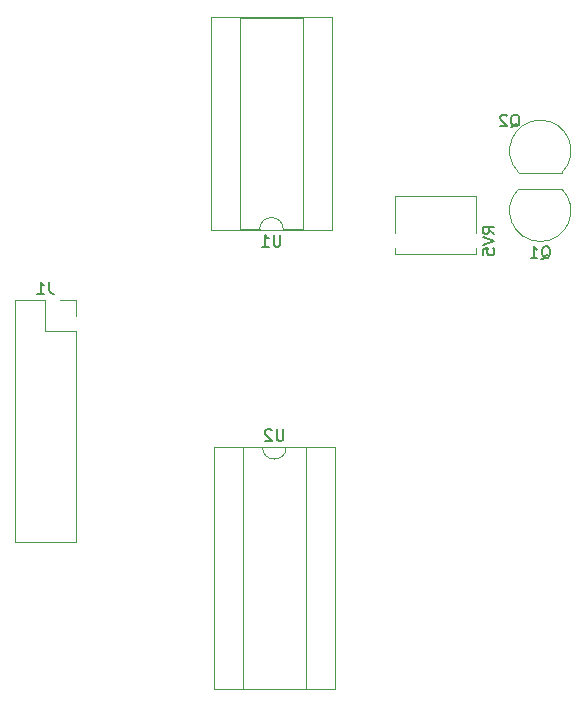
<source format=gbo>
%TF.GenerationSoftware,KiCad,Pcbnew,(6.0.7)*%
%TF.CreationDate,2022-08-28T16:32:13+02:00*%
%TF.ProjectId,filter,66696c74-6572-42e6-9b69-6361645f7063,rev?*%
%TF.SameCoordinates,Original*%
%TF.FileFunction,Legend,Bot*%
%TF.FilePolarity,Positive*%
%FSLAX46Y46*%
G04 Gerber Fmt 4.6, Leading zero omitted, Abs format (unit mm)*
G04 Created by KiCad (PCBNEW (6.0.7)) date 2022-08-28 16:32:13*
%MOMM*%
%LPD*%
G01*
G04 APERTURE LIST*
%ADD10C,0.150000*%
%ADD11C,0.120000*%
%ADD12O,1.600000X1.600000*%
%ADD13R,1.600000X1.600000*%
%ADD14C,4.000000*%
%ADD15C,1.800000*%
%ADD16C,1.600000*%
%ADD17R,1.930000X1.830000*%
%ADD18C,2.130000*%
%ADD19O,1.050000X1.500000*%
%ADD20R,1.050000X1.500000*%
%ADD21O,1.700000X1.700000*%
%ADD22R,1.700000X1.700000*%
%ADD23C,1.440000*%
G04 APERTURE END LIST*
D10*
X141826149Y-78931748D02*
X141826149Y-79741272D01*
X141778530Y-79836510D01*
X141730911Y-79884129D01*
X141635673Y-79931748D01*
X141445197Y-79931748D01*
X141349959Y-79884129D01*
X141302340Y-79836510D01*
X141254721Y-79741272D01*
X141254721Y-78931748D01*
X140254721Y-79931748D02*
X140826149Y-79931748D01*
X140540435Y-79931748D02*
X140540435Y-78931748D01*
X140635673Y-79074606D01*
X140730911Y-79169844D01*
X140826149Y-79217463D01*
X161324446Y-69845262D02*
X161419684Y-69797643D01*
X161514922Y-69702404D01*
X161657779Y-69559547D01*
X161753017Y-69511928D01*
X161848255Y-69511928D01*
X161800636Y-69750023D02*
X161895874Y-69702404D01*
X161991112Y-69607166D01*
X162038731Y-69416690D01*
X162038731Y-69083357D01*
X161991112Y-68892881D01*
X161895874Y-68797643D01*
X161800636Y-68750023D01*
X161610160Y-68750023D01*
X161514922Y-68797643D01*
X161419684Y-68892881D01*
X161372065Y-69083357D01*
X161372065Y-69416690D01*
X161419684Y-69607166D01*
X161514922Y-69702404D01*
X161610160Y-69750023D01*
X161800636Y-69750023D01*
X160991112Y-68845262D02*
X160943493Y-68797643D01*
X160848255Y-68750023D01*
X160610160Y-68750023D01*
X160514922Y-68797643D01*
X160467303Y-68845262D01*
X160419684Y-68940500D01*
X160419684Y-69035738D01*
X160467303Y-69178595D01*
X161038731Y-69750023D01*
X160419684Y-69750023D01*
X122258333Y-82927380D02*
X122258333Y-83641666D01*
X122305952Y-83784523D01*
X122401190Y-83879761D01*
X122544047Y-83927380D01*
X122639285Y-83927380D01*
X121258333Y-83927380D02*
X121829761Y-83927380D01*
X121544047Y-83927380D02*
X121544047Y-82927380D01*
X121639285Y-83070238D01*
X121734523Y-83165476D01*
X121829761Y-83213095D01*
X142074506Y-95379027D02*
X142074506Y-96188551D01*
X142026887Y-96283789D01*
X141979268Y-96331408D01*
X141884030Y-96379027D01*
X141693554Y-96379027D01*
X141598316Y-96331408D01*
X141550697Y-96283789D01*
X141503078Y-96188551D01*
X141503078Y-95379027D01*
X141074506Y-95474266D02*
X141026887Y-95426647D01*
X140931649Y-95379027D01*
X140693554Y-95379027D01*
X140598316Y-95426647D01*
X140550697Y-95474266D01*
X140503078Y-95569504D01*
X140503078Y-95664742D01*
X140550697Y-95807599D01*
X141122125Y-96379027D01*
X140503078Y-96379027D01*
X159942380Y-78844761D02*
X159466190Y-78511428D01*
X159942380Y-78273333D02*
X158942380Y-78273333D01*
X158942380Y-78654285D01*
X158990000Y-78749523D01*
X159037619Y-78797142D01*
X159132857Y-78844761D01*
X159275714Y-78844761D01*
X159370952Y-78797142D01*
X159418571Y-78749523D01*
X159466190Y-78654285D01*
X159466190Y-78273333D01*
X158942380Y-79130476D02*
X159942380Y-79463809D01*
X158942380Y-79797142D01*
X158942380Y-80606666D02*
X158942380Y-80130476D01*
X159418571Y-80082857D01*
X159370952Y-80130476D01*
X159323333Y-80225714D01*
X159323333Y-80463809D01*
X159370952Y-80559047D01*
X159418571Y-80606666D01*
X159513809Y-80654285D01*
X159751904Y-80654285D01*
X159847142Y-80606666D01*
X159894761Y-80559047D01*
X159942380Y-80463809D01*
X159942380Y-80225714D01*
X159894761Y-80130476D01*
X159847142Y-80082857D01*
X163925238Y-81007619D02*
X164020476Y-80960000D01*
X164115714Y-80864761D01*
X164258571Y-80721904D01*
X164353809Y-80674285D01*
X164449047Y-80674285D01*
X164401428Y-80912380D02*
X164496666Y-80864761D01*
X164591904Y-80769523D01*
X164639523Y-80579047D01*
X164639523Y-80245714D01*
X164591904Y-80055238D01*
X164496666Y-79960000D01*
X164401428Y-79912380D01*
X164210952Y-79912380D01*
X164115714Y-79960000D01*
X164020476Y-80055238D01*
X163972857Y-80245714D01*
X163972857Y-80579047D01*
X164020476Y-80769523D01*
X164115714Y-80864761D01*
X164210952Y-80912380D01*
X164401428Y-80912380D01*
X163020476Y-80912380D02*
X163591904Y-80912380D01*
X163306190Y-80912380D02*
X163306190Y-79912380D01*
X163401428Y-80055238D01*
X163496666Y-80150476D01*
X163591904Y-80198095D01*
D11*
X142064245Y-78479368D02*
G75*
G03*
X140064245Y-78479368I-1000000J0D01*
G01*
X146204245Y-60519368D02*
X146204245Y-78539368D01*
X135924245Y-78539368D02*
X135924245Y-60519368D01*
X143714245Y-78479368D02*
X142064245Y-78479368D01*
X140064245Y-78479368D02*
X138414245Y-78479368D01*
X138414245Y-78479368D02*
X138414245Y-60579368D01*
X135924245Y-60519368D02*
X146204245Y-60519368D01*
X138414245Y-60579368D02*
X143714245Y-60579368D01*
X146204245Y-78539368D02*
X135924245Y-78539368D01*
X143714245Y-60579368D02*
X143714245Y-78479368D01*
X165668478Y-73658478D02*
G75*
G03*
X163830000Y-69220000I-1838478J1838478D01*
G01*
X163830000Y-69219999D02*
G75*
G03*
X161991522Y-73658478I0J-2600001D01*
G01*
X165630000Y-73670000D02*
X162030000Y-73670000D01*
X124525000Y-87075000D02*
X124525000Y-104915000D01*
X121925000Y-84475000D02*
X119325000Y-84475000D01*
X124525000Y-85805000D02*
X124525000Y-84475000D01*
X124525000Y-87075000D02*
X121925000Y-87075000D01*
X119325000Y-84475000D02*
X119325000Y-104915000D01*
X124525000Y-84475000D02*
X123195000Y-84475000D01*
X121925000Y-87075000D02*
X121925000Y-84475000D01*
X124525000Y-104915000D02*
X119325000Y-104915000D01*
X140312602Y-96926647D02*
G75*
G03*
X142312602Y-96926647I1000000J0D01*
G01*
X146452602Y-117426647D02*
X136172602Y-117426647D01*
X138662602Y-117366647D02*
X138662602Y-96926647D01*
X138662602Y-96926647D02*
X140312602Y-96926647D01*
X136172602Y-96866647D02*
X146452602Y-96866647D01*
X143962602Y-96926647D02*
X143962602Y-117366647D01*
X142312602Y-96926647D02*
X143962602Y-96926647D01*
X146452602Y-96866647D02*
X146452602Y-117426647D01*
X143962602Y-117366647D02*
X138662602Y-117366647D01*
X136172602Y-117426647D02*
X136172602Y-96866647D01*
X158360000Y-80580000D02*
X151520000Y-80580000D01*
X151520000Y-78790000D02*
X151520000Y-75640000D01*
X158360000Y-78790000D02*
X158360000Y-75640000D01*
X151520000Y-80580000D02*
X151520000Y-80090000D01*
X158360000Y-75640000D02*
X151520000Y-75640000D01*
X158360000Y-80580000D02*
X158360000Y-80090000D01*
X163830000Y-79500001D02*
G75*
G03*
X165668478Y-75061522I0J2600001D01*
G01*
X161991522Y-75061522D02*
G75*
G03*
X163830000Y-79500000I1838478J-1838478D01*
G01*
X162030000Y-75050000D02*
X165630000Y-75050000D01*
%LPC*%
D12*
X144874245Y-77149368D03*
X144874245Y-74609368D03*
X144874245Y-72069368D03*
X144874245Y-69529368D03*
X144874245Y-66989368D03*
X144874245Y-64449368D03*
X144874245Y-61909368D03*
X137254245Y-61909368D03*
X137254245Y-64449368D03*
X137254245Y-66989368D03*
X137254245Y-69529368D03*
X137254245Y-72069368D03*
X137254245Y-74609368D03*
D13*
X137254245Y-77149368D03*
D14*
X150540000Y-119130000D03*
X159340000Y-119130000D03*
D15*
X157440000Y-126130000D03*
X154940000Y-126130000D03*
X152440000Y-126130000D03*
D12*
X116840000Y-64200000D03*
D16*
X116840000Y-69280000D03*
D12*
X158858077Y-72858635D03*
D16*
X151238077Y-72858635D03*
D14*
X150540000Y-55630000D03*
X159340000Y-55630000D03*
D15*
X157440000Y-62630000D03*
X154940000Y-62630000D03*
X152440000Y-62630000D03*
D12*
X134174436Y-110518109D03*
D16*
X126554436Y-110518109D03*
D12*
X149860000Y-83250000D03*
D16*
X149860000Y-90870000D03*
D14*
X131400000Y-55630000D03*
X122600000Y-55630000D03*
D15*
X129500000Y-62630000D03*
X127000000Y-62630000D03*
X124500000Y-62630000D03*
D12*
X128270000Y-71820000D03*
D16*
X120650000Y-71820000D03*
D12*
X165100000Y-60390000D03*
D16*
X165100000Y-68010000D03*
D12*
X140970000Y-50230000D03*
D16*
X140970000Y-57850000D03*
D12*
X160020000Y-83250000D03*
D16*
X160020000Y-90870000D03*
D12*
X128270000Y-66740000D03*
D16*
X120650000Y-66740000D03*
D17*
X160020000Y-145480000D03*
D18*
X160020000Y-134080000D03*
X160020000Y-142380000D03*
D12*
X137160000Y-51500000D03*
D16*
X137160000Y-56580000D03*
D12*
X161698385Y-105026821D03*
D16*
X161698385Y-110106821D03*
D12*
X132080000Y-90870000D03*
D16*
X132080000Y-83250000D03*
D12*
X128255709Y-102378654D03*
D16*
X128255709Y-94758654D03*
D12*
X124012500Y-77609507D03*
D16*
X131632500Y-77609507D03*
X144780000Y-128970000D03*
D12*
X144780000Y-121350000D03*
X163160436Y-128350509D03*
D16*
X163160436Y-120730509D03*
D12*
X157654806Y-68989162D03*
D16*
X152574806Y-68989162D03*
X137160000Y-128970000D03*
D12*
X137160000Y-121350000D03*
D14*
X131400000Y-119130000D03*
X122600000Y-119130000D03*
D15*
X129500000Y-126130000D03*
X127000000Y-126130000D03*
X124500000Y-126130000D03*
D16*
X151130000Y-130240000D03*
D12*
X158750000Y-130240000D03*
X132080000Y-94680000D03*
D16*
X132080000Y-102300000D03*
D17*
X147320000Y-145480000D03*
D18*
X147320000Y-134080000D03*
X147320000Y-142380000D03*
D17*
X134620000Y-145480000D03*
D18*
X134620000Y-134080000D03*
X134620000Y-142380000D03*
D14*
X136606702Y-86110000D03*
X145406702Y-86110000D03*
D15*
X143506702Y-93110000D03*
X141006702Y-93110000D03*
X138506702Y-93110000D03*
D16*
X140983490Y-128894692D03*
D12*
X140983490Y-121274692D03*
X157480000Y-109920000D03*
D16*
X149860000Y-109920000D03*
D12*
X116840000Y-80710000D03*
D16*
X116840000Y-73090000D03*
D12*
X165100000Y-57850000D03*
D16*
X165100000Y-50230000D03*
D12*
X154940000Y-83250000D03*
D16*
X154940000Y-90870000D03*
D12*
X144780000Y-56580000D03*
D16*
X144780000Y-51500000D03*
D12*
X132080000Y-69280000D03*
D16*
X132080000Y-74360000D03*
X116840000Y-52770000D03*
D12*
X116840000Y-60390000D03*
X162560000Y-93410000D03*
D16*
X162560000Y-101030000D03*
D17*
X121920000Y-145480000D03*
D18*
X121920000Y-134080000D03*
X121920000Y-142380000D03*
D19*
X162560000Y-71820000D03*
X163830000Y-71820000D03*
D20*
X165100000Y-71820000D03*
D21*
X120655000Y-103585000D03*
X123195000Y-103585000D03*
X120655000Y-101045000D03*
X123195000Y-101045000D03*
X120655000Y-98505000D03*
X123195000Y-98505000D03*
X120655000Y-95965000D03*
X123195000Y-95965000D03*
X120655000Y-93425000D03*
X123195000Y-93425000D03*
X120655000Y-90885000D03*
X123195000Y-90885000D03*
X120655000Y-88345000D03*
X123195000Y-88345000D03*
X120655000Y-85805000D03*
D22*
X123195000Y-85805000D03*
D12*
X137502602Y-98256647D03*
X137502602Y-100796647D03*
X137502602Y-103336647D03*
X137502602Y-105876647D03*
X137502602Y-108416647D03*
X137502602Y-110956647D03*
X137502602Y-113496647D03*
X137502602Y-116036647D03*
X145122602Y-116036647D03*
X145122602Y-113496647D03*
X145122602Y-110956647D03*
X145122602Y-108416647D03*
X145122602Y-105876647D03*
X145122602Y-103336647D03*
X145122602Y-100796647D03*
D13*
X145122602Y-98256647D03*
D23*
X152400000Y-79440000D03*
X154940000Y-76900000D03*
X157480000Y-79440000D03*
D19*
X165100000Y-76900000D03*
X163830000Y-76900000D03*
D20*
X162560000Y-76900000D03*
M02*

</source>
